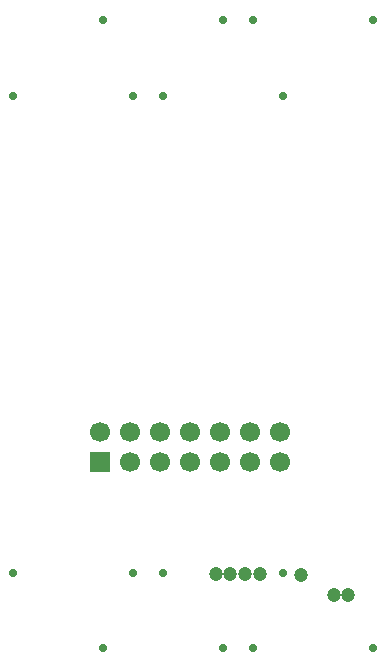
<source format=gts>
G04 Layer_Color=8388736*
%FSLAX25Y25*%
%MOIN*%
G70*
G01*
G75*
%ADD19C,0.02756*%
%ADD20R,0.06693X0.06693*%
%ADD21C,0.06693*%
%ADD22C,0.04724*%
D19*
X-126457Y197736D02*
D03*
X-86457D02*
D03*
X-76457D02*
D03*
X-36457D02*
D03*
X-96437Y223228D02*
D03*
X-56437D02*
D03*
X-46437D02*
D03*
X-6437D02*
D03*
X-126457Y38780D02*
D03*
X-86457D02*
D03*
X-76457D02*
D03*
X-36457D02*
D03*
X-6476Y13780D02*
D03*
X-46476D02*
D03*
X-56476D02*
D03*
X-96476D02*
D03*
D20*
X-97480Y75906D02*
D03*
D21*
Y85905D02*
D03*
X-87480Y75906D02*
D03*
Y85905D02*
D03*
X-77480Y75906D02*
D03*
Y85905D02*
D03*
X-67480Y75906D02*
D03*
Y85905D02*
D03*
X-57480Y75906D02*
D03*
Y85905D02*
D03*
X-47480D02*
D03*
Y75906D02*
D03*
X-37480Y85905D02*
D03*
Y75906D02*
D03*
D22*
X-14764Y31496D02*
D03*
X-19685D02*
D03*
X-44291Y38386D02*
D03*
X-49213Y38386D02*
D03*
X-54134D02*
D03*
X-59055D02*
D03*
X-30512Y38189D02*
D03*
M02*

</source>
